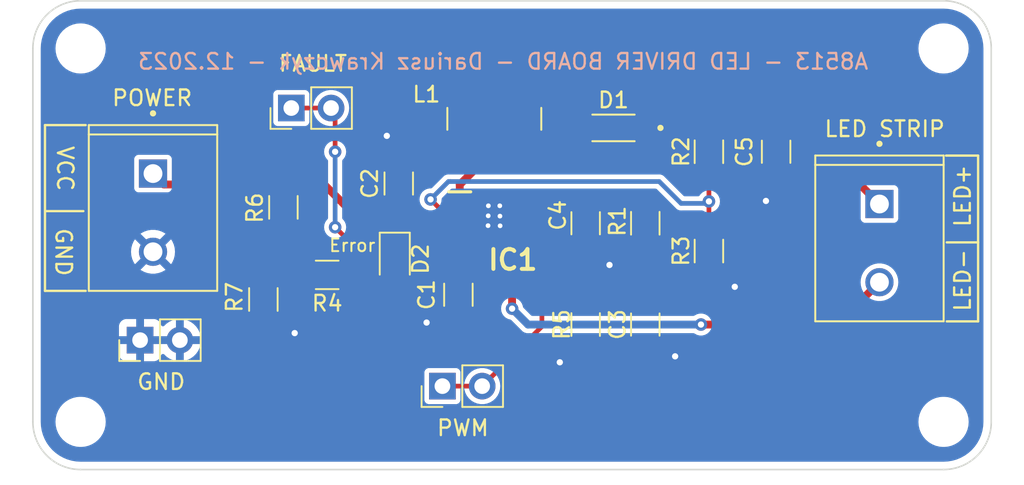
<source format=kicad_pcb>
(kicad_pcb (version 20221018) (generator pcbnew)
  (layers (0 "F.Cu" signal) (31 "B.Cu" power) (34 "B.Paste" user) (35 "F.Paste" user) (36 "B.SilkS" user "B.Silkscreen") (37 "F.SilkS" user "F.Silkscreen") (38 "B.Mask" user) (39 "F.Mask" user) (44 "Edge.Cuts" user))
  (net 0 "")
  (net 1 "Net-(IC1-VDD)")
  (net 2 "GND")
  (net 3 "VCC")
  (net 4 "Net-(C3-Pad1)")
  (net 5 "Net-(IC1-COMP)")
  (net 6 "LED_0 +")
  (net 7 "Net-(IC1-SW)")
  (net 8 "FAULT_0")
  (net 9 "Net-(D2-A)")
  (net 10 "Net-(IC1-OVP)")
  (net 11 "LED_0 -")
  (net 12 "PWM_0")
  (net 13 "Net-(IC1-ISET)")
  (net 14 "Net-(R4-Pad2)")
  (footprint "ASPI_6045S_300M_T(1):IND_ASPI-6045S-300M-T" (layer "F.Cu") (at 101.1 42.6 -90)
    (fp_text reference "L1" hide)
    (fp_text value "30uH")
    (fp_line (start -0.7 -3) (end 0.7 -3) (stroke (width 0.127)) (layer "F.SilkS"))
    (fp_line (start -0.7 3) (end 0.7 3) (stroke (width 0.127)) (layer "F.SilkS"))
    (pad "1" smd rect (at -2 0 270) (size 2.2 5.7) (layers "F.Cu" "F.Paste" "F.Mask") (net 3 "VCC"))
    (pad "2" smd rect (at 2 0 270) (size 2.2 5.7) (layers "F.Cu" "F.Paste" "F.Mask") (net 7 "Net-(IC1-SW)"))
  )
  (footprint "SBR0560S1_7:SOD3715X145N" (layer "F.Cu") (at 108.712 43.18 180)
    (fp_text reference "D1" (at 0 1.778) (layer "F.SilkS"))
    (fp_text value "SBR0560S1-7")
    (fp_line (start -1.35 0.85) (end 1.35 0.85) (stroke (width 0.127)) (layer "F.SilkS"))
    (fp_line (start 1.35 -0.85) (end -1.35 -0.85) (stroke (width 0.127)) (layer "F.SilkS"))
    (fp_circle (center -3 0) (end -2.9 0) (stroke (width 0.2)) (fill none) (layer "F.SilkS"))
    (pad "A" smd roundrect (at 1.68 0 180) (size 1.21 0.73) (layers "F.Cu" "F.Paste" "F.Mask") (roundrect_rratio 0.18) (net 7 "Net-(IC1-SW)"))
    (pad "C" smd roundrect (at -1.68 0 180) (size 1.21 0.73) (layers "F.Cu" "F.Paste" "F.Mask") (roundrect_rratio 0.18) (net 6 "LED_0 +"))
  )
  (footprint "MountingHole:MountingHole_2.2mm_M2" (layer "F.Cu") (at 129.794 38.1)
    (fp_text reference "H2" hide)
    (fp_text value "MountingHole")
    (pad "" np_thru_hole circle (at 0 0) (size 2.2 2.2) (drill 2.2) (layers "*.Cu" "*.Mask"))
  )
  (footprint "Resistor_SMD:R_1206_3216Metric" (layer "F.Cu") (at 110.744 49.276 -90)
    (fp_text reference "R1" (at -0.127 1.778 90) (layer "F.SilkS"))
    (fp_text value "120")
    (fp_line (start -0.727064 -0.91) (end 0.727064 -0.91) (stroke (width 0.12)) (layer "F.SilkS"))
    (fp_line (start -0.727064 0.91) (end 0.727064 0.91) (stroke (width 0.12)) (layer "F.SilkS"))
    (pad "1" smd roundrect (at -1.4625 0 270) (size 1.125 1.75) (layers "F.Cu" "F.Paste" "F.Mask") (roundrect_rratio 0.2222222222) (net 5 "Net-(IC1-COMP)"))
    (pad "2" smd roundrect (at 1.4625 0 270) (size 1.125 1.75) (layers "F.Cu" "F.Paste" "F.Mask") (roundrect_rratio 0.2222222222) (net 4 "Net-(C3-Pad1)"))
  )
  (footprint "Connector_PinHeader_2.54mm:PinHeader_1x02_P2.54mm_Vertical" (layer "F.Cu") (at 78.475 56.75 90)
    (fp_text reference "J2" hide)
    (fp_text value "Conn_01x02")
    (fp_line (start -1.33 -1.33) (end 0 -1.33) (stroke (width 0.12)) (layer "F.SilkS"))
    (fp_line (start -1.33 0) (end -1.33 -1.33) (stroke (width 0.12)) (layer "F.SilkS"))
    (fp_line (start -1.33 1.27) (end -1.33 3.87) (stroke (width 0.12)) (layer "F.SilkS"))
    (fp_line (start -1.33 1.27) (end 1.33 1.27) (stroke (width 0.12)) (layer "F.SilkS"))
    (fp_line (start -1.33 3.87) (end 1.33 3.87) (stroke (width 0.12)) (layer "F.SilkS"))
    (fp_line (start 1.33 1.27) (end 1.33 3.87) (stroke (width 0.12)) (layer "F.SilkS"))
    (pad "1" thru_hole rect (at 0 0 90) (size 1.7 1.7) (drill 1) (layers "*.Cu" "*.Mask") (net 2 "GND"))
    (pad "2" thru_hole oval (at 0 2.54 90) (size 1.7 1.7) (drill 1) (layers "*.Cu" "*.Mask") (net 2 "GND"))
  )
  (footprint "Resistor_SMD:R_1206_3216Metric" (layer "F.Cu") (at 87.63 48.26 -90)
    (fp_text reference "R6" (at 0.04 1.83 90) (layer "F.SilkS"))
    (fp_text value "100k")
    (fp_line (start -0.727064 -0.91) (end 0.727064 -0.91) (stroke (width 0.12)) (layer "F.SilkS"))
    (fp_line (start -0.727064 0.91) (end 0.727064 0.91) (stroke (width 0.12)) (layer "F.SilkS"))
    (pad "1" smd roundrect (at -1.4625 0 270) (size 1.125 1.75) (layers "F.Cu" "F.Paste" "F.Mask") (roundrect_rratio 0.2222222222) (net 3 "VCC"))
    (pad "2" smd roundrect (at 1.4625 0 270) (size 1.125 1.75) (layers "F.Cu" "F.Paste" "F.Mask") (roundrect_rratio 0.2222222222) (net 14 "Net-(R4-Pad2)"))
  )
  (footprint "Resistor_SMD:R_1206_3216Metric" (layer "F.Cu") (at 86.35 54.15 -90)
    (fp_text reference "R7" (at -0.15 1.85 -270) (layer "F.SilkS"))
    (fp_text value "100k")
    (fp_line (start -0.727064 -0.91) (end 0.727064 -0.91) (stroke (width 0.12)) (layer "F.SilkS"))
    (fp_line (start -0.727064 0.91) (end 0.727064 0.91) (stroke (width 0.12)) (layer "F.SilkS"))
    (pad "1" smd roundrect (at -1.4625 0 270) (size 1.125 1.75) (layers "F.Cu" "F.Paste" "F.Mask") (roundrect_rratio 0.2222222222) (net 14 "Net-(R4-Pad2)"))
    (pad "2" smd roundrect (at 1.4625 0 270) (size 1.125 1.75) (layers "F.Cu" "F.Paste" "F.Mask") (roundrect_rratio 0.2222222222) (net 2 "GND"))
  )
  (footprint "Capacitor_SMD:C_1206_3216Metric" (layer "F.Cu") (at 98.806 53.848 -90)
    (fp_text reference "C1" (at 0 2.032 90) (layer "F.SilkS"))
    (fp_text value "0.1uF")
    (fp_line (start -0.711252 -0.91) (end 0.711252 -0.91) (stroke (width 0.12)) (layer "F.SilkS"))
    (fp_line (start -0.711252 0.91) (end 0.711252 0.91) (stroke (width 0.12)) (layer "F.SilkS"))
    (pad "1" smd roundrect (at -1.475 0 270) (size 1.15 1.8) (layers "F.Cu" "F.Paste" "F.Mask") (roundrect_rratio 0.2173913043) (net 1 "Net-(IC1-VDD)"))
    (pad "2" smd roundrect (at 1.475 0 270) (size 1.15 1.8) (layers "F.Cu" "F.Paste" "F.Mask") (roundrect_rratio 0.2173913043) (net 2 "GND"))
  )
  (footprint "282836_2:TE_282836-2" (layer "F.Cu") (at 125.7 50.546 -90)
    (fp_text reference "LED_STRIP_0" hide)
    (fp_text value "282836-2")
    (fp_line (start -5.6 -4.1) (end -5 -4.1) (stroke (width 0.127)) (layer "F.SilkS"))
    (fp_line (start -5.6 4.1) (end -5.6 -4.1) (stroke (width 0.127)) (layer "F.SilkS"))
    (fp_line (start -5.6 4.1) (end -5 4.1) (stroke (width 0.127)) (layer "F.SilkS"))
    (fp_line (start -5 -4.1) (end 5 -4.1) (stroke (width 0.127)) (layer "F.SilkS"))
    (fp_line (start -5 4.1) (end -5 -4.1) (stroke (width 0.127)) (layer "F.SilkS"))
    (fp_line (start 5 -4.1) (end 5 4.1) (stroke (width 0.127)) (layer "F.SilkS"))
    (fp_line (start 5 4.1) (end -5 4.1) (stroke (width 0.127)) (layer "F.SilkS"))
    (fp_circle (center -6.35 0) (end -6.25 0) (stroke (width 0.2)) (fill none) (layer "F.SilkS"))
    (pad "1" thru_hole rect (at -2.5 0 270) (size 1.8 1.8) (drill 1.2) (layers "*.Cu" "*.Mask") (net 6 "LED_0 +"))
    (pad "2" thru_hole circle (at 2.5 0 270) (size 1.8 1.8) (drill 1.2) (layers "*.Cu" "*.Mask") (net 11 "LED_0 -"))
  )
  (footprint "Connector_PinHeader_2.54mm:PinHeader_1x02_P2.54mm_Vertical" (layer "F.Cu") (at 97.785 59.69 90)
    (fp_text reference "J1" hide)
    (fp_text value "Conn_01x02")
    (fp_line (start -1.33 -1.33) (end 0 -1.33) (stroke (width 0.12)) (layer "F.SilkS"))
    (fp_line (start -1.33 0) (end -1.33 -1.33) (stroke (width 0.12)) (layer "F.SilkS"))
    (fp_line (start -1.33 1.27) (end -1.33 3.87) (stroke (width 0.12)) (layer "F.SilkS"))
    (fp_line (start -1.33 1.27) (end 1.33 1.27) (stroke (width 0.12)) (layer "F.SilkS"))
    (fp_line (start -1.33 3.87) (end 1.33 3.87) (stroke (width 0.12)) (layer "F.SilkS"))
    (fp_line (start 1.33 1.27) (end 1.33 3.87) (stroke (width 0.12)) (layer "F.SilkS"))
    (pad "1" thru_hole rect (at 0 0 90) (size 1.7 1.7) (drill 1) (layers "*.Cu" "*.Mask") (net 12 "PWM_0"))
    (pad "2" thru_hole oval (at 0 2.54 90) (size 1.7 1.7) (drill 1) (layers "*.Cu" "*.Mask") (net 12 "PWM_0"))
  )
  (footprint "MountingHole:MountingHole_2.2mm_M2" (layer "F.Cu") (at 74.676 38.1)
    (fp_text reference "H1" hide)
    (fp_text value "MountingHole")
    (pad "" np_thru_hole circle (at 0 0) (size 2.2 2.2) (drill 2.2) (layers "*.Cu" "*.Mask"))
  )
  (footprint "Resistor_SMD:R_1206_3216Metric" (layer "F.Cu") (at 90.424 52.578 180)
    (fp_text reference "R4" (at 0 -1.82) (layer "F.SilkS"))
    (fp_text value "100k")
    (fp_line (start -0.727064 -0.91) (end 0.727064 -0.91) (stroke (width 0.12)) (layer "F.SilkS"))
    (fp_line (start -0.727064 0.91) (end 0.727064 0.91) (stroke (width 0.12)) (layer "F.SilkS"))
    (pad "1" smd roundrect (at -1.4625 0 180) (size 1.125 1.75) (layers "F.Cu" "F.Paste" "F.Mask") (roundrect_rratio 0.2222222222) (net 9 "Net-(D2-A)"))
    (pad "2" smd roundrect (at 1.4625 0 180) (size 1.125 1.75) (layers "F.Cu" "F.Paste" "F.Mask") (roundrect_rratio 0.2222222222) (net 14 "Net-(R4-Pad2)"))
  )
  (footprint "Resistor_SMD:R_1206_3216Metric" (layer "F.Cu") (at 106.934 55.753 -90)
    (fp_text reference "R5" (at 0 1.524 90) (layer "F.SilkS"))
    (fp_text value "8.66k")
    (fp_line (start -0.727064 -0.91) (end 0.727064 -0.91) (stroke (width 0.12)) (layer "F.SilkS"))
    (fp_line (start -0.727064 0.91) (end 0.727064 0.91) (stroke (width 0.12)) (layer "F.SilkS"))
    (pad "1" smd roundrect (at -1.4625 0 270) (size 1.125 1.75) (layers "F.Cu" "F.Paste" "F.Mask") (roundrect_rratio 0.2222222222) (net 13 "Net-(IC1-ISET)"))
    (pad "2" smd roundrect (at 1.4625 0 270) (size 1.125 1.75) (layers "F.Cu" "F.Paste" "F.Mask") (roundrect_rratio 0.2222222222) (net 2 "GND"))
  )
  (footprint "Connector_PinHeader_2.54mm:PinHeader_1x02_P2.54mm_Vertical" (layer "F.Cu") (at 88.133 41.91 90)
    (fp_text reference "J3" hide)
    (fp_text value "Conn_01x02")
    (fp_line (start -1.33 -1.33) (end 0 -1.33) (stroke (width 0.12)) (layer "F.SilkS"))
    (fp_line (start -1.33 0) (end -1.33 -1.33) (stroke (width 0.12)) (layer "F.SilkS"))
    (fp_line (start -1.33 1.27) (end -1.33 3.87) (stroke (width 0.12)) (layer "F.SilkS"))
    (fp_line (start -1.33 1.27) (end 1.33 1.27) (stroke (width 0.12)) (layer "F.SilkS"))
    (fp_line (start -1.33 3.87) (end 1.33 3.87) (stroke (width 0.12)) (layer "F.SilkS"))
    (fp_line (start 1.33 1.27) (end 1.33 3.87) (stroke (width 0.12)) (layer "F.SilkS"))
    (pad "1" thru_hole rect (at 0 0 90) (size 1.7 1.7) (drill 1) (layers "*.Cu" "*.Mask") (net 8 "FAULT_0"))
    (pad "2" thru_hole oval (at 0 2.54 90) (size 1.7 1.7) (drill 1) (layers "*.Cu" "*.Mask") (net 8 "FAULT_0"))
  )
  (footprint "Capacitor_SMD:C_1206_3216Metric" (layer "F.Cu") (at 106.934 49.276 -90)
    (fp_text reference "C4" (at -0.508 1.778 -90) (layer "F.SilkS"))
    (fp_text value "120pF")
    (fp_line (start -0.711252 -0.91) (end 0.711252 -0.91) (stroke (width 0.12)) (layer "F.SilkS"))
    (fp_line (start -0.711252 0.91) (end 0.711252 0.91) (stroke (width 0.12)) (layer "F.SilkS"))
    (pad "1" smd roundrect (at -1.475 0 270) (size 1.15 1.8) (layers "F.Cu" "F.Paste" "F.Mask") (roundrect_rratio 0.2173913043) (net 5 "Net-(IC1-COMP)"))
    (pad "2" smd roundrect (at 1.475 0 270) (size 1.15 1.8) (layers "F.Cu" "F.Paste" "F.Mask") (roundrect_rratio 0.2173913043) (net 2 "GND"))
  )
  (footprint "Capacitor_SMD:C_1206_3216Metric" (layer "F.Cu") (at 110.744 55.753 -90)
    (fp_text reference "C3" (at 0 1.778 90) (layer "F.SilkS"))
    (fp_text value "0.47uF")
    (fp_line (start -0.711252 -0.91) (end 0.711252 -0.91) (stroke (width 0.12)) (layer "F.SilkS"))
    (fp_line (start -0.711252 0.91) (end 0.711252 0.91) (stroke (width 0.12)) (layer "F.SilkS"))
    (pad "1" smd roundrect (at -1.475 0 270) (size 1.15 1.8) (layers "F.Cu" "F.Paste" "F.Mask") (roundrect_rratio 0.2173913043) (net 4 "Net-(C3-Pad1)"))
    (pad "2" smd roundrect (at 1.475 0 270) (size 1.15 1.8) (layers "F.Cu" "F.Paste" "F.Mask") (roundrect_rratio 0.2173913043) (net 2 "GND"))
  )
  (footprint "A8513KLYTR-T:SOP50P488X106-11N" (layer "F.Cu") (at 101.092 48.768)
    (fp_text reference "IC1" (at 1.188 2.852) (layer "F.SilkS") (effects (font (size 1.27 1.27) (thickness 0.254))))
    (fp_text value "A8513KLYTR-T" hide)
    (fp_line (start -2.9 -1.5) (end -1.5 -1.5) (stroke (width 0.2)) (layer "F.SilkS"))
    (pad "1" smd rect (at -2.2 -1 90) (size 0.3 1.4) (layers "F.Cu" "F.Paste" "F.Mask") (net 7 "Net-(IC1-SW)"))
    (pad "2" smd rect (at -2.2 -0.5 90) (size 0.3 1.4) (layers "F.Cu" "F.Paste" "F.Mask") (net 10 "Net-(IC1-OVP)"))
    (pad "3" smd rect (at -2.2 0 90) (size 0.3 1.4) (layers "F.Cu" "F.Paste" "F.Mask") (net 3 "VCC"))
    (pad "4" smd rect (at -2.2 0.5 90) (size 0.3 1.4) (layers "F.Cu" "F.Paste" "F.Mask") (net 8 "FAULT_0"))
    (pad "5" smd rect (at -2.2 1 90) (size 0.3 1.4) (layers "F.Cu" "F.Paste" "F.Mask") (net 1 "Net-(IC1-VDD)"))
    (pad "6" smd rect (at 2.2 1 90) (size 0.3 1.4) (layers "F.Cu" "F.Paste" "F.Mask") (net 11 "LED_0 -"))
    (pad "7" smd rect (at 2.2 0.5 90) (size 0.3 1.4) (layers "F.Cu" "F.Paste" "F.Mask") (net 12 "PWM_0"))
    (pad "8" smd rect (at 2.2 0 90) (size 0.3 1.4) (layers "F.Cu" "F.Paste" "F.Mask") (net 13 "Net-(IC1-ISET)"))
    (pad "9" smd rect (at 2.2 -0.5 90) (size 0.3 1.4) (layers "F.Cu" "F.Paste" "F.Mask") (net 2 "GND"))
    (pad "10" smd rect (at 2.2 -1 90) (size 0.3 1.4) (layers "F.Cu" "F.Paste" "F.Mask") (net 5 "Net-(IC1-COMP)"))
    (pad "11" smd rect (at 0 0) (size 1.6 2) (layers "F.Cu" "F.Paste" "F.Mask") (net 2 "GND"))
  )
  (footprint "282836_2:TE_282836-2" (layer "F.Cu") (at 79.3 48.6 -90)
    (fp_text reference "J4" hide)
    (fp_text value "282836-2")
    (fp_line (start -5.6 -4.1) (end -5 -4.1) (stroke (width 0.127)) (layer "F.SilkS"))
    (fp_line (start -5.6 4.1) (end -5.6 -4.1) (stroke (width 0.127)) (layer "F.SilkS"))
    (fp_line (start -5.6 4.1) (end -5 4.1) (stroke (width 0.127)) (layer "F.SilkS"))
    (fp_line (start -5 -4.1) (end 5 -4.1) (stroke (width 0.127)) (layer "F.SilkS"))
    (fp_line (start -5 4.1) (end -5 -4.1) (stroke (width 0.127)) (layer "F.SilkS"))
    (fp_line (start 5 -4.1) (end 5 4.1) (stroke (width 0.127)) (layer "F.SilkS"))
    (fp_line (start 5 4.1) (end -5 4.1) (stroke (width 0.127)) (layer "F.SilkS"))
    (fp_circle (center -6.35 0) (end -6.25 0) (stroke (width 0.2)) (fill none) (layer "F.SilkS"))
    (pad "1" thru_hole rect (at -2.5 0 270) (size 1.8 1.8) (drill 1.2) (layers "*.Cu" "*.Mask") (net 3 "VCC"))
    (pad "2" thru_hole circle (at 2.5 0 270) (size 1.8 1.8) (drill 1.2) (layers "*.Cu" "*.Mask") (net 2 "GND"))
  )
  (footprint "Resistor_SMD:R_1206_3216Metric" (layer "F.Cu") (at 114.808 51.054 -90)
    (fp_text reference "R3" (at 0 1.778 90) (layer "F.SilkS"))
    (fp_text value "24k")
    (fp_line (start -0.727064 -0.91) (end 0.727064 -0.91) (stroke (width 0.12)) (layer "F.SilkS"))
    (fp_line (start -0.727064 0.91) (end 0.727064 0.91) (stroke (width 0.12)) (layer "F.SilkS"))
    (pad "1" smd roundrect (at -1.4625 0 270) (size 1.125 1.75) (layers "F.Cu" "F.Paste" "F.Mask") (roundrect_rratio 0.2222222222) (net 10 "Net-(IC1-OVP)"))
    (pad "2" smd roundrect (at 1.4625 0 270) (size 1.125 1.75) (layers "F.Cu" "F.Paste" "F.Mask") (roundrect_rratio 0.2222222222) (net 2 "GND"))
  )
  (footprint "MountingHole:MountingHole_2.2mm_M2" (layer "F.Cu") (at 129.794 61.976)
    (fp_text reference "H3" hide)
    (fp_text value "MountingHole")
    (pad "" np_thru_hole circle (at 0 0) (size 2.2 2.2) (drill 2.2) (layers "*.Cu" "*.Mask"))
  )
  (footprint "LED_SMD:LED_0805_2012Metric" (layer "F.Cu") (at 94.742 51.562 -90)
    (fp_text reference "D2" (at 0 -1.65 90) (layer "F.SilkS"))
    (fp_text value "LED")
    (fp_line (start -1.685 -0.96) (end -1.685 0.96) (stroke (width 0.12)) (layer "F.SilkS"))
    (fp_line (start -1.685 0.96) (end 1 0.96) (stroke (width 0.12)) (layer "F.SilkS"))
    (fp_line (start 1 -0.96) (end -1.685 -0.96) (stroke (width 0.12)) (layer "F.SilkS"))
    (pad "1" smd roundrect (at -0.9375 0 270) (size 0.975 1.4) (layers "F.Cu" "F.Paste" "F.Mask") (net 8 "FAULT_0"))
    (pad "2" smd roundrect (at 0.9375 0 270) (size 0.975 1.4) (layers "F.Cu" "F.Paste" "F.Mask") (net 9 "Net-(D2-A)"))
  )
  (footprint "Capacitor_SMD:C_1206_3216Metric" (layer "F.Cu") (at 119.1 44.704 -90)
    (fp_text reference "C5" (at 0 2.032 90) (layer "F.SilkS"))
    (fp_text value "4.7uF")
    (fp_line (start -0.711252 -0.91) (end 0.711252 -0.91) (stroke (width 0.12)) (layer "F.SilkS"))
    (fp_line (start -0.711252 0.91) (end 0.711252 0.91) (stroke (width 0.12)) (layer "F.SilkS"))
    (pad "1" smd roundrect (at -1.475 0 270) (size 1.15 1.8) (layers "F.Cu" "F.Paste" "F.Mask") (roundrect_rratio 0.2173913043) (net 6 "LED_0 +"))
    (pad "2" smd roundrect (at 1.475 0 270) (size 1.15 1.8) (layers "F.Cu" "F.Paste" "F.Mask") (roundrect_rratio 0.2173913043) (net 2 "GND"))
  )
  (footprint "MountingHole:MountingHole_2.2mm_M2" (layer "F.Cu") (at 74.676 61.976)
    (fp_text reference "H4" hide)
    (fp_text value "MountingHole")
    (pad "" np_thru_hole circle (at 0 0) (size 2.2 2.2) (drill 2.2) (layers "*.Cu" "*.Mask"))
  )
  (footprint "Capacitor_SMD:C_1206_3216Metric" (layer "F.Cu") (at 94.996 46.736 90)
    (fp_text reference "C2" (at 0 -1.85 90) (layer "F.SilkS"))
    (fp_text value "4.7uF")
    (fp_line (start -0.711252 -0.91) (end 0.711252 -0.91) (stroke (width 0.12)) (layer "F.SilkS"))
    (fp_line (start -0.711252 0.91) (end 0.711252 0.91) (stroke (width 0.12)) (layer "F.SilkS"))
    (pad "1" smd roundrect (at -1.475 0 90) (size 1.15 1.8) (layers "F.Cu" "F.Paste" "F.Mask") (roundrect_rratio 0.2173913043) (net 3 "VCC"))
    (pad "2" smd roundrect (at 1.475 0 90) (size 1.15 1.8) (layers "F.Cu" "F.Paste" "F.Mask") (roundrect_rratio 0.2173913043) (net 2 "GND"))
  )
  (footprint "Resistor_SMD:R_1206_3216Metric" (layer "F.Cu") (at 114.808 44.704 -90)
    (fp_text reference "R2" (at 0 1.778 90) (layer "F.SilkS"))
    (fp_text value "545k")
    (fp_line (start -0.727064 -0.91) (end 0.727064 -0.91) (stroke (width 0.12)) (layer "F.SilkS"))
    (fp_line (start -0.727064 0.91) (end 0.727064 0.91) (stroke (width 0.12)) (layer "F.SilkS"))
    (pad "1" smd roundrect (at -1.4625 0 270) (size 1.125 1.75) (layers "F.Cu" "F.Paste" "F.Mask") (roundrect_rratio 0.2222222222) (net 6 "LED_0 +"))
    (pad "2" smd roundrect (at 1.4625 0 270) (size 1.125 1.75) (layers "F.Cu" "F.Paste" "F.Mask") (roundrect_rratio 0.2222222222) (net 10 "Net-(IC1-OVP)"))
  )
  (gr_line (start 75 53.6) (end 72.4 53.6) (stroke (width 0.15)) (layer "F.SilkS"))
  (gr_line (start 74.85 48.5) (end 72.45 48.5) (stroke (width 0.15)) (layer "F.SilkS"))
  (gr_line (start 130 55.55) (end 132 55.55) (stroke (width 0.15)) (layer "F.SilkS"))
  (gr_line (start 75 43) (end 72.4 43) (stroke (width 0.15)) (layer "F.SilkS"))
  (gr_line (start 132 44.95) (end 129.95 44.95) (stroke (width 0.15)) (layer "F.SilkS"))
  (gr_line (start 72.4 53.6) (end 72.4 43) (stroke (width 0.15)) (layer "F.SilkS"))
  (gr_line (start 130 50.5) (end 132 50.5) (stroke (width 0.15)) (layer "F.SilkS"))
  (gr_line (start 132 55.55) (end 132 44.95) (stroke (width 0.15)) (layer "F.SilkS"))
  (gr_line (start 132.842 38.1) (end 132.842 61.976) (stroke (width 0.1)) (layer "Edge.Cuts"))
  (gr_arc (start 132.842 61.976) (mid 131.949261 64.131261) (end 129.794 65.024) (stroke (width 0.1)) (layer "Edge.Cuts"))
  (gr_arc (start 74.676 65.024) (mid 72.520739 64.131261) (end 71.628 61.976) (stroke (width 0.1)) (layer "Edge.Cuts"))
  (gr_line (start 74.676 35.052) (end 129.794 35.052) (stroke (width 0.1)) (layer "Edge.Cuts"))
  (gr_arc (start 129.794 35.052) (mid 131.949261 35.944739) (end 132.842 38.1) (stroke (width 0.1)) (layer "Edge.Cuts"))
  (gr_line (start 71.628 61.976) (end 71.628 38.1) (stroke (width 0.1)) (layer "Edge.Cuts"))
  (gr_line (start 129.794 65.024) (end 74.676 65.024) (stroke (width 0.1)) (layer "Edge.Cuts"))
  (gr_arc (start 71.628 38.1) (mid 72.520739 35.944739) (end 74.676 35.052) (stroke (width 0.1)) (layer "Edge.Cuts"))
  (gr_text "A8513 - LED DRIVER BOARD - Dariusz Krawczyk - 12.2023" (at 125.07 39.52) (layer "B.SilkS") (effects (font (size 1 1)) (justify left bottom mirror)))
  (gr_text "VCC" (at 73.1 44.25 -90) (layer "F.SilkS") (effects (font (size 1 1)) (justify left bottom)))
  (gr_text "PWM" (at 97.35 62.95) (layer "F.SilkS") (effects (font (size 1 1)) (justify left bottom)))
  (gr_text "Error" (at 90.48 51.16) (layer "F.SilkS") (effects (font (size 0.8 0.8) (thickness 0.125) bold) (justify left bottom)))
  (gr_text "LED STRIP" (at 122.1 43.83) (layer "F.SilkS") (effects (font (size 1 1)) (justify left bottom)))
  (gr_text "LED+" (at 131.6 49.6 90) (layer "F.SilkS") (effects (font (size 1 1)) (justify left bottom)))
  (gr_text "FAULT" (at 87.25 39.65) (layer "F.SilkS") (effects (font (size 1 1)) (justify left bottom)))
  (gr_text "GND" (at 78.2 60) (layer "F.SilkS") (effects (font (size 1 1)) (justify left bottom)))
  (gr_text "GND" (at 73 49.5 -90) (layer "F.SilkS") (effects (font (size 1 1)) (justify left bottom)))
  (gr_text "LED-" (at 131.6 55 90) (layer "F.SilkS") (effects (font (size 1 1)) (justify left bottom)))
  (gr_text "POWER" (at 76.6 41.85) (layer "F.SilkS") (effects (font (size 1 1)) (justify left bottom)))
  (gr_text "L1" (at 95.78 41.62) (layer "F.SilkS") (effects (font (size 1 1)) (justify left bottom)))
  (segment (start 98.892 49.768) (end 98.892 52.287) (width 0.3) (layer "F.Cu") (net 1))
  (segment (start 98.892 52.287) (end 98.806 52.373) (width 0.3) (layer "F.Cu") (net 1))
  (segment (start 107.266 50.751) (end 108.458 51.943) (width 0.3) (layer "F.Cu") (net 2))
  (segment (start 114.808 52.5165) (end 115.6355 52.5165) (width 0.3) (layer "F.Cu") (net 2))
  (segment (start 119.1 46.179) (end 119.1 47.2) (width 0.5) (layer "F.Cu") (net 2))
  (segment (start 94.996 44.45) (end 94.234 43.688) (width 0.3) (layer "F.Cu") (net 2))
  (segment (start 101.823937 48.268) (end 103.292 48.268) (width 0.3) (layer "F.Cu") (net 2))
  (segment (start 106.934 57.2155) (end 106.2335 57.2155) (width 0.3) (layer "F.Cu") (net 2))
  (segment (start 106.2335 57.2155) (end 105.283 58.166) (width 0.3) (layer "F.Cu") (net 2))
  (segment (start 115.6355 52.5165) (end 116.459 53.34) (width 0.3) (layer "F.Cu") (net 2))
  (segment (start 119.1 47.2) (end 118.45 47.85) (width 0.5) (layer "F.Cu") (net 2))
  (segment (start 94.996 45.261) (end 94.996 44.45) (width 0.3) (layer "F.Cu") (net 2))
  (segment (start 106.934 50.751) (end 107.266 50.751) (width 0.3) (layer "F.Cu") (net 2))
  (segment (start 87.6625 55.6125) (end 88.35 56.3) (width 0.5) (layer "F.Cu") (net 2))
  (segment (start 101.707937 48.268) (end 101.47 48.21) (width 0.3) (layer "F.Cu") (net 2))
  (segment (start 101.765937 48.268) (end 101.707937 48.268) (width 0.3) (layer "F.Cu") (net 2))
  (segment (start 98.806 55.323) (end 97.077 55.323) (width 0.3) (layer "F.Cu") (net 2))
  (segment (start 101.47 48.21) (end 101.823937 48.268) (width 0.3) (layer "F.Cu") (net 2))
  (segment (start 97.077 55.323) (end 96.774 55.626) (width 0.3) (layer "F.Cu") (net 2))
  (segment (start 86.35 55.6125) (end 87.6625 55.6125) (width 0.5) (layer "F.Cu") (net 2))
  (segment (start 110.744 57.228) (end 112.092 57.228) (width 0.3) (layer "F.Cu") (net 2))
  (segment (start 112.092 57.228) (end 112.649 57.785) (width 0.3) (layer "F.Cu") (net 2))
  (via (at 101.47 49.44) (size 0.6) (drill 0.3) (layers "F.Cu" "B.Cu") (net 2))
  (via (at 108.458 51.943) (size 0.8) (drill 0.4) (layers "F.Cu" "B.Cu") (net 2))
  (via (at 101.45 48.16) (size 0.6) (drill 0.3) (layers "F.Cu" "B.Cu") (net 2))
  (via (at 100.7 49.43) (size 0.6) (drill 0.3) (layers "F.Cu" "B.Cu") (net 2))
  (via (at 116.459 53.34) (size 0.8) (drill 0.4) (layers "F.Cu" "B.Cu") (net 2))
  (via (at 101.46 48.82) (size 0.6) (drill 0.3) (layers "F.Cu" "B.Cu") (net 2))
  (via (at 100.71 48.8) (size 0.6) (drill 0.3) (layers "F.Cu" "B.Cu") (net 2))
  (via (at 118.45 47.85) (size 0.8) (drill 0.4) (layers "F.Cu" "B.Cu") (net 2))
  (via (at 94.234 43.688) (size 0.8) (drill 0.4) (layers "F.Cu" "B.Cu") (net 2))
  (via (at 105.283 58.166) (size 0.8) (drill 0.4) (layers "F.Cu" "B.Cu") (net 2))
  (via (at 112.649 57.785) (size 0.8) (drill 0.4) (layers "F.Cu" "B.Cu") (net 2))
  (via (at 100.72 48.16) (size 0.6) (drill 0.3) (layers "F.Cu" "B.Cu") (net 2))
  (via (at 96.774 55.626) (size 0.8) (drill 0.4) (layers "F.Cu" "B.Cu") (net 2))
  (via (at 88.35 56.3) (size 0.8) (drill 0.4) (layers "F.Cu" "B.Cu") (net 2))
  (segment (start 97.028 42.418) (end 97.028 45.847) (width 0.5) (layer "F.Cu") (net 3))
  (segment (start 79.9975 46.7975) (end 79.3 46.1) (width 0.5) (layer "F.Cu") (net 3))
  (segment (start 94.996 47.244) (end 94.996 48.211) (width 0.5) (layer "F.Cu") (net 3))
  (segment (start 98.892 48.768) (end 96.52 48.768) (width 0.3) (layer "F.Cu") (net 3))
  (segment (start 95.504 46.736) (end 94.996 47.244) (width 0.5) (layer "F.Cu") (net 3))
  (segment (start 97.028 45.847) (end 96.139 46.736) (width 0.5) (layer "F.Cu") (net 3))
  (segment (start 87.63 46.7975) (end 90.2315 46.7975) (width 0.5) (layer "F.Cu") (net 3))
  (segment (start 91.645 48.211) (end 94.996 48.211) (width 0.5) (layer "F.Cu") (net 3))
  (segment (start 101.1 40.6) (end 98.846 40.6) (width 0.5) (layer "F.Cu") (net 3))
  (segment (start 90.2315 46.7975) (end 91.645 48.211) (width 0.5) (layer "F.Cu") (net 3))
  (segment (start 96.52 48.768) (end 95.963 48.211) (width 0.3) (layer "F.Cu") (net 3))
  (segment (start 96.139 46.736) (end 95.504 46.736) (width 0.5) (layer "F.Cu") (net 3))
  (segment (start 95.963 48.211) (end 94.996 48.211) (width 0.3) (layer "F.Cu") (net 3))
  (segment (start 87.63 46.7975) (end 79.9975 46.7975) (width 0.5) (layer "F.Cu") (net 3))
  (segment (start 98.846 40.6) (end 97.028 42.418) (width 0.5) (layer "F.Cu") (net 3))
  (segment (start 110.744 54.278) (end 110.744 50.7385) (width 0.3) (layer "F.Cu") (net 4))
  (segment (start 106.934 47.801) (end 106.885 47.752) (width 0.3) (layer "F.Cu") (net 5))
  (segment (start 106.934 47.801) (end 110.7315 47.801) (width 0.3) (layer "F.Cu") (net 5))
  (segment (start 106.901 47.768) (end 106.934 47.801) (width 0.3) (layer "F.Cu") (net 5))
  (segment (start 110.7315 47.801) (end 110.744 47.8135) (width 0.3) (layer "F.Cu") (net 5))
  (segment (start 103.292 47.768) (end 106.901 47.768) (width 0.3) (layer "F.Cu") (net 5))
  (segment (start 114.7465 43.18) (end 114.808 43.2415) (width 0.5) (layer "F.Cu") (net 6))
  (segment (start 119.1 43.229) (end 120.883 43.229) (width 0.5) (layer "F.Cu") (net 6))
  (segment (start 119.8755 43.2415) (end 119.888 43.229) (width 0.5) (layer "F.Cu") (net 6))
  (segment (start 119.0875 43.2415) (end 119.1 43.229) (width 0.5) (layer "F.Cu") (net 6))
  (segment (start 110.392 43.18) (end 114.7465 43.18) (width 0.5) (layer "F.Cu") (net 6))
  (segment (start 120.883 43.229) (end 125.7 48.046) (width 0.5) (layer "F.Cu") (net 6))
  (segment (start 114.808 43.2415) (end 119.0875 43.2415) (width 0.5) (layer "F.Cu") (net 6))
  (segment (start 101.1 44.6) (end 98.892 46.808) (width 0.5) (layer "F.Cu") (net 7))
  (segment (start 105.612 44.6) (end 107.032 43.18) (width 0.5) (layer "F.Cu") (net 7))
  (segment (start 98.892 47.768) (end 98.892 47.158) (width 0.3) (layer "F.Cu") (net 7))
  (segment (start 98.892 46.808) (end 98.892 47.158) (width 0.5) (layer "F.Cu") (net 7))
  (segment (start 101.1 44.6) (end 105.612 44.6) (width 0.5) (layer "F.Cu") (net 7))
  (segment (start 92.0265 50.6245) (end 90.932 49.53) (width 0.3) (layer "F.Cu") (net 8))
  (segment (start 88.133 41.91) (end 90.673 41.91) (width 0.3) (layer "F.Cu") (net 8))
  (segment (start 98.892 49.268) (end 97.842 49.268) (width 0.3) (layer "F.Cu") (net 8))
  (segment (start 90.932 44.704) (end 90.932 42.169) (width 0.3) (layer "F.Cu") (net 8))
  (segment (start 96.4855 50.6245) (end 94.742 50.6245) (width 0.3) (layer "F.Cu") (net 8))
  (segment (start 94.742 50.6245) (end 92.0265 50.6245) (width 0.3) (layer "F.Cu") (net 8))
  (segment (start 97.842 49.268) (end 96.4855 50.6245) (width 0.3) (layer "F.Cu") (net 8))
  (segment (start 90.932 42.169) (end 90.673 41.91) (width 0.3) (layer "F.Cu") (net 8))
  (via (at 90.932 49.53) (size 0.8) (drill 0.4) (layers "F.Cu" "B.Cu") (net 8))
  (via (at 90.932 44.704) (size 0.8) (drill 0.4) (layers "F.Cu" "B.Cu") (net 8))
  (segment (start 90.932 49.53) (end 90.932 44.704) (width 0.3) (layer "B.Cu") (net 8))
  (segment (start 91.8865 52.578) (end 94.6635 52.578) (width 0.3) (layer "F.Cu") (net 9))
  (segment (start 94.6635 52.578) (end 94.742 52.4995) (width 0.3) (layer "F.Cu") (net 9))
  (segment (start 98.892 48.268) (end 97.544 48.268) (width 0.3) (layer "F.Cu") (net 10))
  (segment (start 114.808 47.879) (end 114.808 46.1665) (width 0.3) (layer "F.Cu") (net 10))
  (segment (start 97.544 48.268) (end 97.028 47.752) (width 0.3) (layer "F.Cu") (net 10))
  (segment (start 114.808 49.5915) (end 114.808 47.879) (width 0.3) (layer "F.Cu") (net 10))
  (via (at 114.808 47.879) (size 0.8) (drill 0.4) (layers "F.Cu" "B.Cu") (net 10))
  (via (at 97.028 47.752) (size 0.8) (drill 0.4) (layers "F.Cu" "B.Cu") (net 10))
  (segment (start 113.03 48.006) (end 114.681 48.006) (width 0.3) (layer "B.Cu") (net 10))
  (segment (start 98.171 46.609) (end 98.298 46.609) (width 0.3) (layer "B.Cu") (net 10))
  (segment (start 111.633 46.609) (end 113.03 48.006) (width 0.3) (layer "B.Cu") (net 10))
  (segment (start 98.298 46.609) (end 111.633 46.609) (width 0.3) (layer "B.Cu") (net 10))
  (segment (start 97.028 47.752) (end 98.171 46.609) (width 0.3) (layer "B.Cu") (net 10))
  (segment (start 114.681 48.006) (end 114.808 47.879) (width 0.3) (layer "B.Cu") (net 10))
  (segment (start 102.235 50.673) (end 102.489 50.419) (width 0.5) (layer "F.Cu") (net 11))
  (segment (start 102.235 54.737) (end 102.235 50.673) (width 0.5) (layer "F.Cu") (net 11))
  (segment (start 103.292 49.768) (end 103.14 49.768) (width 0.3) (layer "F.Cu") (net 11))
  (segment (start 122.993 55.753) (end 114.3 55.753) (width 0.5) (layer "F.Cu") (net 11))
  (segment (start 103.14 49.768) (end 102.489 50.419) (width 0.3) (layer "F.Cu") (net 11))
  (segment (start 125.7 53.046) (end 122.993 55.753) (width 0.5) (layer "F.Cu") (net 11))
  (via (at 102.235 54.737) (size 0.8) (drill 0.4) (layers "F.Cu" "B.Cu") (net 11))
  (via (at 114.3 55.753) (size 0.8) (drill 0.4) (layers "F.Cu" "B.Cu") (net 11))
  (segment (start 114.3 55.753) (end 103.251 55.753) (width 0.5) (layer "B.Cu") (net 11))
  (segment (start 103.251 55.753) (end 102.235 54.737) (width 0.5) (layer "B.Cu") (net 11))
  (segment (start 97.785 59.69) (end 100.325 59.69) (width 0.3) (layer "F.Cu") (net 12))
  (segment (start 104.14 53.467) (end 104.14 55.875) (width 0.3) (layer "F.Cu") (net 12))
  (segment (start 104.14 55.875) (end 100.325 59.69) (width 0.3) (layer "F.Cu") (net 12))
  (segment (start 104.775 52.832) (end 104.14 53.467) (width 0.3) (layer "F.Cu") (net 12))
  (segment (start 104.342 49.268) (end 104.775 49.701) (width 0.3) (layer "F.Cu") (net 12))
  (segment (start 104.775 49.701) (end 104.775 52.832) (width 0.3) (layer "F.Cu") (net 12))
  (segment (start 103.292 49.268) (end 104.342 49.268) (width 0.3) (layer "F.Cu") (net 12))
  (segment (start 105.156 48.768) (end 105.41 49.022) (width 0.3) (layer "F.Cu") (net 13))
  (segment (start 105.41 49.022) (end 105.41 52.7665) (width 0.3) (layer "F.Cu") (net 13))
  (segment (start 103.292 48.768) (end 105.156 48.768) (width 0.3) (layer "F.Cu") (net 13))
  (segment (start 105.41 52.7665) (end 106.934 54.2905) (width 0.3) (layer "F.Cu") (net 13))
  (segment (start 87.63 49.7225) (end 87.63 52.578) (width 0.3) (layer "F.Cu") (net 14))
  (segment (start 87.63 52.578) (end 88.9615 52.578) (width 0.3) (layer "F.Cu") (net 14))
  (segment (start 86.5525 52.578) (end 87.63 52.578) (width 0.3) (layer "F.Cu") (net 14))
  (zone (net 2) (net_name "GND") (layer "B.Cu") (connect_pads (clearance 0.3)) (min_thickness 0.25) (fill yes (thermal_gap 0.5) (thermal_bridge_width 0.5))
    (polygon (pts (xy 71.628 35.052) (xy 132.842 35.052) (xy 132.842 65.024) (xy 71.628 65.024)))
  )
)
</source>
